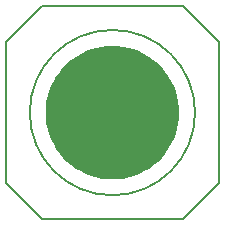
<source format=gbr>
%TF.GenerationSoftware,KiCad,Pcbnew,(6.0.4)*%
%TF.CreationDate,2022-10-14T21:27:48-05:00*%
%TF.ProjectId,Joystick-DPAD,4a6f7973-7469-4636-9b2d-445041442e6b,rev?*%
%TF.SameCoordinates,Original*%
%TF.FileFunction,Legend,Top*%
%TF.FilePolarity,Positive*%
%FSLAX46Y46*%
G04 Gerber Fmt 4.6, Leading zero omitted, Abs format (unit mm)*
G04 Created by KiCad (PCBNEW (6.0.4)) date 2022-10-14 21:27:48*
%MOMM*%
%LPD*%
G01*
G04 APERTURE LIST*
%ADD10C,0.150000*%
%ADD11C,0.127000*%
G04 APERTURE END LIST*
D10*
%TO.C,JOY1*%
X141437142Y-87654523D02*
X141437142Y-88561666D01*
X141376666Y-88743095D01*
X141255714Y-88864047D01*
X141074285Y-88924523D01*
X140953333Y-88924523D01*
X142283809Y-87654523D02*
X142525714Y-87654523D01*
X142646666Y-87715000D01*
X142767619Y-87835952D01*
X142828095Y-88077857D01*
X142828095Y-88501190D01*
X142767619Y-88743095D01*
X142646666Y-88864047D01*
X142525714Y-88924523D01*
X142283809Y-88924523D01*
X142162857Y-88864047D01*
X142041904Y-88743095D01*
X141981428Y-88501190D01*
X141981428Y-88077857D01*
X142041904Y-87835952D01*
X142162857Y-87715000D01*
X142283809Y-87654523D01*
X143614285Y-88319761D02*
X143614285Y-88924523D01*
X143190952Y-87654523D02*
X143614285Y-88319761D01*
X144037619Y-87654523D01*
X145126190Y-88924523D02*
X144400476Y-88924523D01*
X144763333Y-88924523D02*
X144763333Y-87654523D01*
X144642380Y-87835952D01*
X144521428Y-87956904D01*
X144400476Y-88017380D01*
D11*
X149070000Y-79350000D02*
X152070000Y-82350000D01*
X149070000Y-97350000D02*
X137070000Y-97350000D01*
X152070000Y-94350000D02*
X149070000Y-97350000D01*
X152070000Y-82350000D02*
X152070000Y-94350000D01*
X137070000Y-79350000D02*
X149070000Y-79350000D01*
X134070000Y-94350000D02*
X134070000Y-82350000D01*
X134070000Y-82350000D02*
X137070000Y-79350000D01*
X137070000Y-97350000D02*
X134070000Y-94350000D01*
X150070000Y-88350000D02*
G75*
G03*
X150070000Y-88350000I-7000000J0D01*
G01*
G36*
X143537692Y-82705790D02*
G01*
X144002191Y-82763690D01*
X144460321Y-82859749D01*
X144908953Y-82993312D01*
X145345024Y-83163468D01*
X145765554Y-83369053D01*
X146167671Y-83608662D01*
X146548627Y-83880660D01*
X146905821Y-84183188D01*
X147236812Y-84514179D01*
X147539340Y-84871373D01*
X147811338Y-85252329D01*
X148050947Y-85654446D01*
X148256532Y-86074976D01*
X148426688Y-86511047D01*
X148560251Y-86959679D01*
X148656310Y-87417809D01*
X148714210Y-87882308D01*
X148733554Y-88350000D01*
X148714210Y-88817692D01*
X148656310Y-89282191D01*
X148560251Y-89740321D01*
X148426688Y-90188953D01*
X148256532Y-90625024D01*
X148050947Y-91045554D01*
X147811338Y-91447671D01*
X147539340Y-91828627D01*
X147236812Y-92185821D01*
X146905821Y-92516812D01*
X146548627Y-92819340D01*
X146167671Y-93091338D01*
X145765554Y-93330947D01*
X145345024Y-93536532D01*
X144908953Y-93706688D01*
X144460321Y-93840251D01*
X144002191Y-93936310D01*
X143537692Y-93994210D01*
X143070000Y-94013554D01*
X142602308Y-93994210D01*
X142137809Y-93936310D01*
X141679679Y-93840251D01*
X141231047Y-93706688D01*
X140794976Y-93536532D01*
X140374446Y-93330947D01*
X139972329Y-93091338D01*
X139591373Y-92819340D01*
X139234179Y-92516812D01*
X138903188Y-92185821D01*
X138600660Y-91828627D01*
X138328662Y-91447671D01*
X138089053Y-91045554D01*
X137883468Y-90625024D01*
X137713312Y-90188953D01*
X137579749Y-89740321D01*
X137483419Y-89280903D01*
X137406391Y-88351315D01*
X137425790Y-87882308D01*
X137483690Y-87417809D01*
X137579749Y-86959679D01*
X137713312Y-86511047D01*
X137883468Y-86074976D01*
X138089053Y-85654446D01*
X138328662Y-85252329D01*
X138600660Y-84871373D01*
X138903188Y-84514179D01*
X139234179Y-84183188D01*
X139591373Y-83880660D01*
X139972329Y-83608662D01*
X140374446Y-83369053D01*
X140794976Y-83163468D01*
X141231047Y-82993312D01*
X141679679Y-82859749D01*
X142137809Y-82763690D01*
X142602308Y-82705790D01*
X143070000Y-82686446D01*
X143537692Y-82705790D01*
G37*
%TD*%
M02*

</source>
